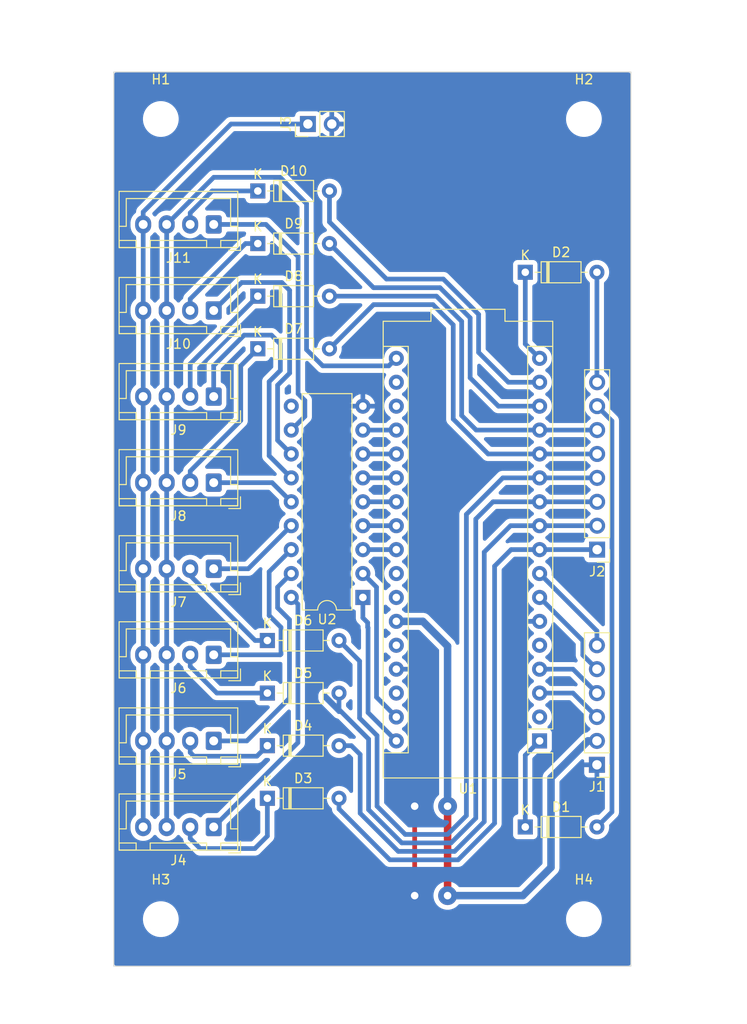
<source format=kicad_pcb>
(kicad_pcb (version 20240108) (generator "pcbnew") (generator_version "8.0")
  (layers (0 "F.Cu" signal) (31 "B.Cu" signal) (34 "B.Paste" user) (35 "F.Paste" user) (36 "B.SilkS" user "B.Silkscreen") (37 "F.SilkS" user "F.Silkscreen") (38 "B.Mask" user) (39 "F.Mask" user) (44 "Edge.Cuts" user))
  (net 0 "")
  (net 1 "/AxisOut")
  (net 2 "Net-(D1-A)")
  (net 3 "Net-(D2-A)")
  (net 4 "/StepOut")
  (net 5 "Net-(D3-K)")
  (net 6 "/In1")
  (net 7 "Net-(D4-K)")
  (net 8 "/In2")
  (net 9 "Net-(D5-K)")
  (net 10 "/In3")
  (net 11 "Net-(D6-K)")
  (net 12 "/In4")
  (net 13 "/In5")
  (net 14 "Net-(D7-K)")
  (net 15 "/In6")
  (net 16 "Net-(D8-K)")
  (net 17 "Net-(D9-K)")
  (net 18 "/In7")
  (net 19 "/In8")
  (net 20 "Net-(D10-K)")
  (net 21 "+24V")
  (net 22 "/BtnOut")
  (net 23 "+5V")
  (net 26 "/LED5")
  (net 27 "/EncB")
  (net 29 "/LED4")
  (net 31 "/EncAn")
  (net 32 "GND")
  (net 33 "/LED7")
  (net 35 "/LED3")
  (net 37 "/LED6")
  (net 38 "/EncA")
  (net 39 "/LED8")
  (net 40 "/LED1")
  (net 42 "/LED2")
  (net 43 "/EncBn")
  (net 46 "Net-(J4-Pin_1)")
  (net 47 "Net-(J5-Pin_1)")
  (net 48 "Net-(J6-Pin_1)")
  (net 49 "Net-(J7-Pin_1)")
  (net 50 "Net-(J8-Pin_1)")
  (net 51 "Net-(J9-Pin_1)")
  (net 52 "Net-(J10-Pin_1)")
  (net 53 "Net-(J11-Pin_1)")
  (footprint "Diode_THT:D_DO-35_SOD27_P7.62mm_Horizontal" (layer "F.Cu") (at 115.316 83.82)
    (property "Reference" "D8" (at 3.81 -2.12 0) (layer "F.SilkS"))
    (property "Value" "1N4148")
    (fp_text user "K" (at 0 -1.8 0) (layer "F.SilkS"))
    (pad "1" thru_hole rect (at 0 0) (size 1.6 1.6) (drill 0.8) (layers "*.Cu" "*.Mask") (net 16 "Net-(D8-K)"))
    (pad "2" thru_hole oval (at 7.62 0) (size 1.6 1.6) (drill 0.8) (layers "*.Cu" "*.Mask") (net 15 "/In6"))
  )
  (footprint "Connector_PinHeader_2.54mm:PinHeader_1x06_P2.54mm_Vertical" (layer "F.Cu") (at 151.384 133.604 180)
    (property "Reference" "J1" (at 0 -2.33 180) (layer "F.SilkS"))
    (property "Value" "RotaryEncoder")
    (pad "1" thru_hole rect (at 0 0 180) (size 1.7 1.7) (drill 1) (layers "*.Cu" "*.Mask") (net 32 "GND"))
    (pad "2" thru_hole oval (at 0 2.54 180) (size 1.7 1.7) (drill 1) (layers "*.Cu" "*.Mask") (net 23 "+5V"))
    (pad "3" thru_hole oval (at 0 5.08 180) (size 1.7 1.7) (drill 1) (layers "*.Cu" "*.Mask") (net 38 "/EncA"))
    (pad "4" thru_hole oval (at 0 7.62 180) (size 1.7 1.7) (drill 1) (layers "*.Cu" "*.Mask") (net 27 "/EncB"))
    (pad "5" thru_hole oval (at 0 10.16 180) (size 1.7 1.7) (drill 1) (layers "*.Cu" "*.Mask") (net 31 "/EncAn"))
    (pad "6" thru_hole oval (at 0 12.7 180) (size 1.7 1.7) (drill 1) (layers "*.Cu" "*.Mask") (net 43 "/EncBn"))
  )
  (footprint "Connector_JST:JST_XH_B4B-XH-A_1x04_P2.50mm_Vertical" (layer "F.Cu") (at 110.624 140.208 180)
    (property "Reference" "J4" (at 3.75 -3.55 180) (layer "F.SilkS"))
    (property "Value" "Btn1")
    (pad "1" thru_hole roundrect (at 0 0 180) (size 1.7 1.95) (drill 0.95) (layers "*.Cu" "*.Mask") (roundrect_rratio 0.147059) (net 46 "Net-(J4-Pin_1)"))
    (pad "2" thru_hole oval (at 2.5 0 180) (size 1.7 1.95) (drill 0.95) (layers "*.Cu" "*.Mask") (net 5 "Net-(D3-K)"))
    (pad "3" thru_hole oval (at 5 0 180) (size 1.7 1.95) (drill 0.95) (layers "*.Cu" "*.Mask") (net 22 "/BtnOut"))
    (pad "4" thru_hole oval (at 7.5 0 180) (size 1.7 1.95) (drill 0.95) (layers "*.Cu" "*.Mask") (net 21 "+24V"))
  )
  (footprint "Diode_THT:D_DO-35_SOD27_P7.62mm_Horizontal" (layer "F.Cu") (at 115.316 78.232)
    (property "Reference" "D9" (at 3.81 -2.12 0) (layer "F.SilkS"))
    (property "Value" "1N4148")
    (fp_text user "K" (at 0 -1.8 0) (layer "F.SilkS"))
    (pad "1" thru_hole rect (at 0 0) (size 1.6 1.6) (drill 0.8) (layers "*.Cu" "*.Mask") (net 17 "Net-(D9-K)"))
    (pad "2" thru_hole oval (at 7.62 0) (size 1.6 1.6) (drill 0.8) (layers "*.Cu" "*.Mask") (net 18 "/In7"))
  )
  (footprint "Arduino:Arduino_Micro" (layer "F.Cu") (at 145.288 131.064 180)
    (property "Reference" "U1" (at 7.62 -5.08 180) (layer "F.SilkS"))
    (property "Value" "Arduino_Micro")
    (pad "1" thru_hole rect (at 0 0 180) (size 1.6 1.6) (drill 0.8) (layers "*.Cu" "*.Mask") (net 1 "/AxisOut"))
    (pad "2" thru_hole oval (at 0 2.54 180) (size 1.6 1.6) (drill 0.8) (layers "*.Cu" "*.Mask"))
    (pad "3" thru_hole oval (at 0 5.08 180) (size 1.6 1.6) (drill 0.8) (layers "*.Cu" "*.Mask") (net 38 "/EncA"))
    (pad "4" thru_hole oval (at 0 7.62 180) (size 1.6 1.6) (drill 0.8) (layers "*.Cu" "*.Mask") (net 27 "/EncB"))
    (pad "5" thru_hole oval (at 0 10.16 180) (size 1.6 1.6) (drill 0.8) (layers "*.Cu" "*.Mask"))
    (pad "6" thru_hole oval (at 0 12.7 180) (size 1.6 1.6) (drill 0.8) (layers "*.Cu" "*.Mask") (net 32 "GND"))
    (pad "7" thru_hole oval (at 0 15.24 180) (size 1.6 1.6) (drill 0.8) (layers "*.Cu" "*.Mask") (net 31 "/EncAn"))
    (pad "8" thru_hole oval (at 0 17.78 180) (size 1.6 1.6) (drill 0.8) (layers "*.Cu" "*.Mask") (net 43 "/EncBn"))
    (pad "9" thru_hole oval (at 0 20.32 180) (size 1.6 1.6) (drill 0.8) (layers "*.Cu" "*.Mask") (net 6 "/In1"))
    (pad "10" thru_hole oval (at 0 22.86 180) (size 1.6 1.6) (drill 0.8) (layers "*.Cu" "*.Mask") (net 8 "/In2"))
    (pad "11" thru_hole oval (at 0 25.4 180) (size 1.6 1.6) (drill 0.8) (layers "*.Cu" "*.Mask") (net 10 "/In3"))
    (pad "12" thru_hole oval (at 0 27.94 180) (size 1.6 1.6) (drill 0.8) (layers "*.Cu" "*.Mask") (net 12 "/In4"))
    (pad "13" thru_hole oval (at 0 30.48 180) (size 1.6 1.6) (drill 0.8) (layers "*.Cu" "*.Mask") (net 13 "/In5"))
    (pad "14" thru_hole oval (at 0 33.02 180) (size 1.6 1.6) (drill 0.8) (layers "*.Cu" "*.Mask") (net 15 "/In6"))
    (pad "15" thru_hole oval (at 0 35.56 180) (size 1.6 1.6) (drill 0.8) (layers "*.Cu" "*.Mask") (net 18 "/In7"))
    (pad "16" thru_hole oval (at 0 38.1 180) (size 1.6 1.6) (drill 0.8) (layers "*.Cu" "*.Mask") (net 19 "/In8"))
    (pad "17" thru_hole oval (at 0 40.64 180) (size 1.6 1.6) (drill 0.8) (layers "*.Cu" "*.Mask") (net 4 "/StepOut"))
    (pad "18" thru_hole oval (at 15.24 40.64 180) (size 1.6 1.6) (drill 0.8) (layers "*.Cu" "*.Mask") (net 22 "/BtnOut"))
    (pad "19" thru_hole oval (at 15.24 38.1 180) (size 1.6 1.6) (drill 0.8) (layers "*.Cu" "*.Mask"))
    (pad "20" thru_hole oval (at 15.24 35.56 180) (size 1.6 1.6) (drill 0.8) (layers "*.Cu" "*.Mask"))
    (pad "21" thru_hole oval (at 15.24 33.02 180) (size 1.6 1.6) (drill 0.8) (layers "*.Cu" "*.Mask") (net 39 "/LED8"))
    (pad "22" thru_hole oval (at 15.24 30.48 180) (size 1.6 1.6) (drill 0.8) (layers "*.Cu" "*.Mask") (net 33 "/LED7"))
    (pad "23" thru_hole oval (at 15.24 27.94 180) (size 1.6 1.6) (drill 0.8) (layers "*.Cu" "*.Mask") (net 37 "/LED6"))
    (pad "24" thru_hole oval (at 15.24 25.4 180) (size 1.6 1.6) (drill 0.8) (layers "*.Cu" "*.Mask") (net 26 "/LED5"))
    (pad "25" thru_hole oval (at 15.24 22.86 180) (size 1.6 1.6) (drill 0.8) (layers "*.Cu" "*.Mask") (net 29 "/LED4"))
    (pad "26" thru_hole oval (at 15.24 20.32 180) (size 1.6 1.6) (drill 0.8) (layers "*.Cu" "*.Mask") (net 35 "/LED3"))
    (pad "27" thru_hole oval (at 15.24 17.78 180) (size 1.6 1.6) (drill 0.8) (layers "*.Cu" "*.Mask"))
    (pad "28" thru_hole oval (at 15.24 15.24 180) (size 1.6 1.6) (drill 0.8) (layers "*.Cu" "*.Mask"))
    (pad "29" thru_hole oval (at 15.24 12.7 180) (size 1.6 1.6) (drill 0.8) (layers "*.Cu" "*.Mask") (net 23 "+5V"))
    (pad "30" thru_hole oval (at 15.24 10.16 180) (size 1.6 1.6) (drill 0.8) (layers "*.Cu" "*.Mask"))
    (pad "31" thru_hole oval (at 15.24 7.62 180) (size 1.6 1.6) (drill 0.8) (layers "*.Cu" "*.Mask") (net 32 "GND"))
    (pad "32" thru_hole oval (at 15.24 5.08 180) (size 1.6 1.6) (drill 0.8) (layers "*.Cu" "*.Mask"))
    (pad "33" thru_hole oval (at 15.24 2.54 180) (size 1.6 1.6) (drill 0.8) (layers "*.Cu" "*.Mask") (net 42 "/LED2"))
    (pad "34" thru_hole oval (at 15.24 0 180) (size 1.6 1.6) (drill 0.8) (layers "*.Cu" "*.Mask") (net 40 "/LED1"))
  )
  (footprint "MountingHole:MountingHole_3.2mm_M3" (layer "F.Cu") (at 150 150)
    (property "Reference" "H4" (at 0 -4.2 0) (layer "F.SilkS"))
    (property "Value" "MountingHole")
    (pad "" np_thru_hole circle (at 0 0) (size 3.2 3.2) (drill 3.2) (layers "*.Cu" "*.Mask"))
  )
  (footprint "Connector_PinHeader_2.54mm:PinHeader_1x02_P2.54mm_Vertical" (layer "F.Cu") (at 120.645 65.532 90)
    (property "Reference" "J3" (at 0 -2.33 -90) (layer "F.SilkS"))
    (property "Value" "DC24V")
    (pad "1" thru_hole rect (at 0 0 90) (size 1.7 1.7) (drill 1) (layers "*.Cu" "*.Mask") (net 21 "+24V"))
    (pad "2" thru_hole oval (at 0 2.54 90) (size 1.7 1.7) (drill 1) (layers "*.Cu" "*.Mask") (net 32 "GND"))
  )
  (footprint "Connector_JST:JST_XH_B4B-XH-A_1x04_P2.50mm_Vertical" (layer "F.Cu") (at 110.624 121.92 180)
    (property "Reference" "J6" (at 3.75 -3.55 180) (layer "F.SilkS"))
    (property "Value" "Btn3")
    (pad "1" thru_hole roundrect (at 0 0 180) (size 1.7 1.95) (drill 0.95) (layers "*.Cu" "*.Mask") (roundrect_rratio 0.147059) (net 48 "Net-(J6-Pin_1)"))
    (pad "2" thru_hole oval (at 2.5 0 180) (size 1.7 1.95) (drill 0.95) (layers "*.Cu" "*.Mask") (net 9 "Net-(D5-K)"))
    (pad "3" thru_hole oval (at 5 0 180) (size 1.7 1.95) (drill 0.95) (layers "*.Cu" "*.Mask") (net 22 "/BtnOut"))
    (pad "4" thru_hole oval (at 7.5 0 180) (size 1.7 1.95) (drill 0.95) (layers "*.Cu" "*.Mask") (net 21 "+24V"))
  )
  (footprint "Connector_JST:JST_XH_B4B-XH-A_1x04_P2.50mm_Vertical" (layer "F.Cu") (at 110.624 85.344 180)
    (property "Reference" "J10" (at 3.75 -3.55 180) (layer "F.SilkS"))
    (property "Value" "Btn7")
    (pad "1" thru_hole roundrect (at 0 0 180) (size 1.7 1.95) (drill 0.95) (layers "*.Cu" "*.Mask") (roundrect_rratio 0.147059) (net 52 "Net-(J10-Pin_1)"))
    (pad "2" thru_hole oval (at 2.5 0 180) (size 1.7 1.95) (drill 0.95) (layers "*.Cu" "*.Mask") (net 17 "Net-(D9-K)"))
    (pad "3" thru_hole oval (at 5 0 180) (size 1.7 1.95) (drill 0.95) (layers "*.Cu" "*.Mask") (net 22 "/BtnOut"))
    (pad "4" thru_hole oval (at 7.5 0 180) (size 1.7 1.95) (drill 0.95) (layers "*.Cu" "*.Mask") (net 21 "+24V"))
  )
  (footprint "Diode_THT:D_DO-35_SOD27_P7.62mm_Horizontal" (layer "F.Cu") (at 116.332 131.572)
    (property "Reference" "D4" (at 3.81 -2.12 0) (layer "F.SilkS"))
    (property "Value" "1N4148")
    (fp_text user "K" (at 0 -1.8 0) (layer "F.SilkS"))
    (pad "1" thru_hole rect (at 0 0) (size 1.6 1.6) (drill 0.8) (layers "*.Cu" "*.Mask") (net 7 "Net-(D4-K)"))
    (pad "2" thru_hole oval (at 7.62 0) (size 1.6 1.6) (drill 0.8) (layers "*.Cu" "*.Mask") (net 8 "/In2"))
  )
  (footprint "Diode_THT:D_DO-35_SOD27_P7.62mm_Horizontal" (layer "F.Cu") (at 143.764 81.28)
    (property "Reference" "D2" (at 3.81 -2.12 0) (layer "F.SilkS"))
    (property "Value" "1N4148")
    (fp_text user "K" (at 0 -1.8 0) (layer "F.SilkS"))
    (pad "1" thru_hole rect (at 0 0) (size 1.6 1.6) (drill 0.8) (layers "*.Cu" "*.Mask") (net 4 "/StepOut"))
    (pad "2" thru_hole oval (at 7.62 0) (size 1.6 1.6) (drill 0.8) (layers "*.Cu" "*.Mask") (net 3 "Net-(D2-A)"))
  )
  (footprint "Diode_THT:D_DO-35_SOD27_P7.62mm_Horizontal" (layer "F.Cu") (at 116.332 125.984)
    (property "Reference" "D5" (at 3.81 -2.12 0) (layer "F.SilkS"))
    (property "Value" "1N4148")
    (fp_text user "K" (at 0 -1.8 0) (layer "F.SilkS"))
    (pad "1" thru_hole rect (at 0 0) (size 1.6 1.6) (drill 0.8) (layers "*.Cu" "*.Mask") (net 9 "Net-(D5-K)"))
    (pad "2" thru_hole oval (at 7.62 0) (size 1.6 1.6) (drill 0.8) (layers "*.Cu" "*.Mask") (net 10 "/In3"))
  )
  (footprint "MountingHole:MountingHole_3.2mm_M3" (layer "F.Cu") (at 105 150)
    (property "Reference" "H3" (at 0 -4.2 0) (layer "F.SilkS"))
    (property "Value" "MountingHole")
    (pad "" np_thru_hole circle (at 0 0) (size 3.2 3.2) (drill 3.2) (layers "*.Cu" "*.Mask"))
  )
  (footprint "Connector_JST:JST_XH_B4B-XH-A_1x04_P2.50mm_Vertical" (layer "F.Cu") (at 110.624 103.632 180)
    (property "Reference" "J8" (at 3.75 -3.55 180) (layer "F.SilkS"))
    (property "Value" "Btn5")
    (pad "1" thru_hole roundrect (at 0 0 180) (size 1.7 1.95) (drill 0.95) (layers "*.Cu" "*.Mask") (roundrect_rratio 0.147059) (net 50 "Net-(J8-Pin_1)"))
    (pad "2" thru_hole oval (at 2.5 0 180) (size 1.7 1.95) (drill 0.95) (layers "*.Cu" "*.Mask") (net 14 "Net-(D7-K)"))
    (pad "3" thru_hole oval (at 5 0 180) (size 1.7 1.95) (drill 0.95) (layers "*.Cu" "*.Mask") (net 22 "/BtnOut"))
    (pad "4" thru_hole oval (at 7.5 0 180) (size 1.7 1.95) (drill 0.95) (layers "*.Cu" "*.Mask") (net 21 "+24V"))
  )
  (footprint "Diode_THT:D_DO-35_SOD27_P7.62mm_Horizontal" (layer "F.Cu") (at 115.316 89.408)
    (property "Reference" "D7" (at 3.81 -2.12 0) (layer "F.SilkS"))
    (property "Value" "1N4148")
    (fp_text user "K" (at 0 -1.8 0) (layer "F.SilkS"))
    (pad "1" thru_hole rect (at 0 0) (size 1.6 1.6) (drill 0.8) (layers "*.Cu" "*.Mask") (net 14 "Net-(D7-K)"))
    (pad "2" thru_hole oval (at 7.62 0) (size 1.6 1.6) (drill 0.8) (layers "*.Cu" "*.Mask") (net 13 "/In5"))
  )
  (footprint "Diode_THT:D_DO-35_SOD27_P7.62mm_Horizontal" (layer "F.Cu") (at 115.316 72.644)
    (property "Reference" "D10" (at 3.81 -2.12 0) (layer "F.SilkS"))
    (property "Value" "1N4148")
    (fp_text user "K" (at 0 -1.8 0) (layer "F.SilkS"))
    (pad "1" thru_hole rect (at 0 0) (size 1.6 1.6) (drill 0.8) (layers "*.Cu" "*.Mask") (net 20 "Net-(D10-K)"))
    (pad "2" thru_hole oval (at 7.62 0) (size 1.6 1.6) (drill 0.8) (layers "*.Cu" "*.Mask") (net 19 "/In8"))
  )
  (footprint "MountingHole:MountingHole_3.2mm_M3" (layer "F.Cu") (at 105 65)
    (property "Reference" "H1" (at 0 -4.2 0) (layer "F.SilkS"))
    (property "Value" "MountingHole")
    (pad "" np_thru_hole circle (at 0 0) (size 3.2 3.2) (drill 3.2) (layers "*.Cu" "*.Mask"))
  )
  (footprint "Connector_JST:JST_XH_B4B-XH-A_1x04_P2.50mm_Vertical" (layer "F.Cu") (at 110.624 131.064 180)
    (property "Reference" "J5" (at 3.75 -3.55 180) (layer "F.SilkS"))
    (property "Value" "Btn2")
    (pad "1" thru_hole roundrect (at 0 0 180) (size 1.7 1.95) (drill 0.95) (layers "*.Cu" "*.Mask") (roundrect_rratio 0.147059) (net 47 "Net-(J5-Pin_1)"))
    (pad "2" thru_hole oval (at 2.5 0 180) (size 1.7 1.95) (drill 0.95) (layers "*.Cu" "*.Mask") (net 7 "Net-(D4-K)"))
    (pad "3" thru_hole oval (at 5 0 180) (size 1.7 1.95) (drill 0.95) (layers "*.Cu" "*.Mask") (net 22 "/BtnOut"))
    (pad "4" thru_hole oval (at 7.5 0 180) (size 1.7 1.95) (drill 0.95) (layers "*.Cu" "*.Mask") (net 21 "+24V"))
  )
  (footprint "Diode_THT:D_DO-35_SOD27_P7.62mm_Horizontal" (layer "F.Cu") (at 143.764 140.208)
    (property "Reference" "D1" (at 3.81 -2.12 0) (layer "F.SilkS"))
    (property "Value" "1N4148")
    (fp_text user "K" (at 0 -1.8 0) (layer "F.SilkS"))
    (pad "1" thru_hole rect (at 0 0) (size 1.6 1.6) (drill 0.8) (layers "*.Cu" "*.Mask") (net 1 "/AxisOut"))
    (pad "2" thru_hole oval (at 7.62 0) (size 1.6 1.6) (drill 0.8) (layers "*.Cu" "*.Mask") (net 2 "Net-(D1-A)"))
  )
  (footprint "Connector_JST:JST_XH_B4B-XH-A_1x04_P2.50mm_Vertical" (layer "F.Cu") (at 110.624 94.488 180)
    (property "Reference" "J9" (at 3.75 -3.55 180) (layer "F.SilkS"))
    (property "Value" "Btn6")
    (pad "1" thru_hole roundrect (at 0 0 180) (size 1.7 1.95) (drill 0.95) (layers "*.Cu" "*.Mask") (roundrect_rratio 0.147059) (net 51 "Net-(J9-Pin_1)"))
    (pad "2" thru_hole oval (at 2.5 0 180) (size 1.7 1.95) (drill 0.95) (layers "*.Cu" "*.Mask") (net 16 "Net-(D8-K)"))
    (pad "3" thru_hole oval (at 5 0 180) (size 1.7 1.95) (drill 0.95) (layers "*.Cu" "*.Mask") (net 22 "/BtnOut"))
    (pad "4" thru_hole oval (at 7.5 0 180) (size 1.7 1.95) (drill 0.95) (layers "*.Cu" "*.Mask") (net 21 "+24V"))
  )
  (footprint "Diode_THT:D_DO-35_SOD27_P7.62mm_Horizontal" (layer "F.Cu") (at 116.332 120.396)
    (property "Reference" "D6" (at 3.81 -2.12 0) (layer "F.SilkS"))
    (property "Value" "1N4148")
    (fp_text user "K" (at 0 -1.8 0) (layer "F.SilkS"))
    (pad "1" thru_hole rect (at 0 0) (size 1.6 1.6) (drill 0.8) (layers "*.Cu" "*.Mask") (net 11 "Net-(D6-K)"))
    (pad "2" thru_hole oval (at 7.62 0) (size 1.6 1.6) (drill 0.8) (layers "*.Cu" "*.Mask") (net 12 "/In4"))
  )
  (footprint "MountingHole:MountingHole_3.2mm_M3" (layer "F.Cu") (at 150 65)
    (property "Reference" "H2" (at 0 -4.2 0) (layer "F.SilkS"))
    (property "Value" "MountingHole")
    (pad "" np_thru_hole circle (at 0 0) (size 3.2 3.2) (drill 3.2) (layers "*.Cu" "*.Mask"))
  )
  (footprint "Package_DIP:DIP-18_W7.62mm" (layer "F.Cu") (at 126.492 115.824 180)
    (property "Reference" "U2" (at 3.81 -2.33 180) (layer "F.SilkS"))
    (property "Value" "ULN2803A")
    (pad "1" thru_hole rect (at 0 0 180) (size 1.6 1.6) (drill 0.8) (layers "*.Cu" "*.Mask") (net 40 "/LED1"))
    (pad "2" thru_hole oval (at 0 2.54 180) (size 1.6 1.6) (drill 0.8) (layers "*.Cu" "*.Mask") (net 42 "/LED2"))
    (pad "3" thru_hole oval (at 0 5.08 180) (size 1.6 1.6) (drill 0.8) (layers "*.Cu" "*.Mask") (net 35 "/LED3"))
    (pad "4" thru_hole oval (at 0 7.62 180) (size 1.6 1.6) (drill 0.8) (layers "*.Cu" "*.Mask") (net 29 "/LED4"))
    (pad "5" thru_hole oval (at 0 10.16 180) (size 1.6 1.6) (drill 0.8) (layers "*.Cu" "*.Mask") (net 26 "/LED5"))
    (pad "6" thru_hole oval (at 0 12.7 180) (size 1.6 1.6) (drill 0.8) (layers "*.Cu" "*.Mask") (net 37 "/LED6"))
    (pad "7" thru_hole oval (at 0 15.24 180) (size 1.6 1.6) (drill 0.8) (layers "*.Cu" "*.Mask") (net 33 "/LED7"))
    (pad "8" thru_hole oval (at 0 17.78 180) (size 1.6 1.6) (drill 0.8) (layers "*.Cu" "*.Mask") (net 39 "/LED8"))
    (pad "9" thru_hole oval (at 0 20.32 180) (size 1.6 1.6) (drill 0.8) (layers "*.Cu" "*.Mask") (net 32 "GND"))
    (pad "10" thru_hole oval (at 7.62 20.32 180) (size 1.6 1.6) (drill 0.8) (layers "*.Cu" "*.Mask"))
    (pad "11" thru_hole oval (at 7.62 17.78 180) (size 1.6 1.6) (drill 0.8) (layers "*.Cu" "*.Mask") (net 53 "Net-(J11-Pin_1)"))
    (pad "12" thru_hole oval (at 7.62 15.24 180) (size 1.6 1.6) (drill 0.8) (layers "*.Cu" "*.Mask") (net 52 "Net-(J10-Pin_1)"))
    (pad "13" thru_hole oval (at 7.62 12.7 180) (size 1.6 1.6) (drill 0.8) (layers "*.Cu" "*.Mask") (net 51 "Net-(J9-Pin_1)"))
    (pad "14" thru_hole oval (at 7.62 10.16 180) (size 1.6 1.6) (drill 0.8) (layers "*.Cu" "*.Mask") (net 50 "Net-(J8-Pin_1)"))
    (pad "15" thru_hole oval (at 7.62 7.62 180) (size 1.6 1.6) (drill 0.8) (layers "*.Cu" "*.Mask") (net 49 "Net-(J7-Pin_1)"))
    (pad "16" thru_hole oval (at 7.62 5.08 180) (size 1.6 1.6) (drill 0.8) (layers "*.Cu" "*.Mask") (net 48 "Net-(J6-Pin_1)"))
    (pad "17" thru_hole oval (at 7.62 2.54 180) (size 1.6 1.6) (drill 0.8) (layers "*.Cu" "*.Mask") (net 47 "Net-(J5-Pin_1)"))
    (pad "18" thru_hole oval (at 7.62 0 180) (size 1.6 1.6) (drill 0.8) (layers "*.Cu" "*.Mask") (net 46 "Net-(J4-Pin_1)"))
  )
  (footprint "Connector_JST:JST_XH_B4B-XH-A_1x04_P2.50mm_Vertical" (layer "F.Cu") (at 110.624 112.776 180)
    (property "Reference" "J7" (at 3.75 -3.55 180) (layer "F.SilkS"))
    (property "Value" "Btn4")
    (pad "1" thru_hole roundrect (at 0 0 180) (size 1.7 1.95) (drill 0.95) (layers "*.Cu" "*.Mask") (roundrect_rratio 0.147059) (net 49 "Net-(J7-Pin_1)"))
    (pad "2" thru_hole oval (at 2.5 0 180) (size 1.7 1.95) (drill 0.95) (layers "*.Cu" "*.Mask") (net 11 "Net-(D6-K)"))
    (pad "3" thru_hole oval (at 5 0 180) (size 1.7 1.95) (drill 0.95) (layers "*.Cu" "*.Mask") (net 22 "/BtnOut"))
    (pad "4" thru_hole oval (at 7.5 0 180) (size 1.7 1.95) (drill 0.95) (layers "*.Cu" "*.Mask") (net 21 "+24V"))
  )
  (footprint "Connector_JST:JST_XH_B4B-XH-A_1x04_P2.50mm_Vertical" (layer "F.Cu") (at 110.624 76.2 180)
    (property "Reference" "J11" (at 3.75 -3.55 180) (layer "F.SilkS"))
    (property "Value" "Btn8")
    (pad "1" thru_hole roundrect (at 0 0 180) (size 1.7 1.95) (drill 0.95) (layers "*.Cu" "*.Mask") (roundrect_rratio 0.147059) (net 53 "Net-(J11-Pin_1)"))
    (pad "2" thru_hole oval (at 2.5 0 180) (size 1.7 1.95) (drill 0.95) (layers "*.Cu" "*.Mask") (net 20 "Net-(D10-K)"))
    (pad "3" thru_hole oval (at 5 0 180) (size 1.7 1.95) (drill 0.95) (layers "*.Cu" "*.Mask") (net 22 "/BtnOut"))
    (pad "4" thru_hole oval (at 7.5 0 180) (size 1.7 1.95) (drill 0.95) (layers "*.Cu" "*.Mask") (net 21 "+24V"))
  )
  (footprint "Connector_PinHeader_2.54mm:PinHeader_1x08_P2.54mm_Vertical" (layer "F.Cu") (at 151.406742 110.744 180)
    (property "Reference" "J2" (at 0 -2.33 180) (layer "F.SilkS"))
    (property "Value" "Switches")
    (pad "1" thru_hole rect (at 0 0 180) (size 1.7 1.7) (drill 1) (layers "*.Cu" "*.Mask") (net 6 "/In1"))
    (pad "2" thru_hole oval (at 0 2.54 180) (size 1.7 1.7) (drill 1) (layers "*.Cu" "*.Mask") (net 8 "/In2"))
    (pad "3" thru_hole oval (at 0 5.08 180) (size 1.7 1.7) (drill 1) (layers "*.Cu" "*.Mask") (net 10 "/In3"))
    (pad "4" thru_hole oval (at 0 7.62 180) (size 1.7 1.7) (drill 1) (layers "*.Cu" "*.Mask") (net 12 "/In4"))
    (pad "5" thru_hole oval (at 0 10.16 180) (size 1.7 1.7) (drill 1) (layers "*.Cu" "*.Mask") (net 13 "/In5"))
    (pad "6" thru_hole oval (at 0 12.7 180) (size 1.7 1.7) (drill 1) (layers "*.Cu" "*.Mask") (net 15 "/In6"))
    (pad "7" thru_hole oval (at 0 15.24 180) (size 1.7 1.7) (drill 1) (layers "*.Cu" "*.Mask") (net 2 "Net-(D1-A)"))
    (pad "8" thru_hole oval (at 0 17.78 180) (size 1.7 1.7) (drill 1) (layers "*.Cu" "*.Mask") (net 3 "Net-(D2-A)"))
  )
  (footprint "Diode_THT:D_DO-35_SOD27_P7.62mm_Horizontal" (layer "F.Cu") (at 116.332 137.16)
    (property "Reference" "D3" (at 3.81 -2.12 0) (layer "F.SilkS"))
    (property "Value" "1N4148")
    (fp_text user "K" (at 0 -1.8 0) (layer "F.SilkS"))
    (pad "1" thru_hole rect (at 0 0) (size 1.6 1.6) (drill 0.8) (layers "*.Cu" "*.Mask") (net 5 "Net-(D3-K)"))
    (pad "2" thru_hole oval (at 7.62 0) (size 1.6 1.6) (drill 0.8) (layers "*.Cu" "*.Mask") (net 6 "/In1"))
  )
  (gr_rect (start 100 60) (end 155 155) (stroke (width 0.1)) (fill none) (layer "Edge.Cuts"))
  (segment (start 143.764 140.208) (end 143.764 132.588) (width 0.5) (layer "B.Cu") (net 1))
  (segment (start 143.764 132.588) (end 145.288 131.064) (width 0.5) (layer "B.Cu") (net 1))
  (segment (start 151.384 140.208) (end 152.984 138.608) (width 0.5) (layer "B.Cu") (net 2))
  (segment (start 152.984 97.081258) (end 151.406742 95.504) (width 0.5) (layer "B.Cu") (net 2))
  (segment (start 152.984 138.608) (end 152.984 97.081258) (width 0.5) (layer "B.Cu") (net 2))
  (segment (start 151.384 81.28) (end 151.384 92.941258) (width 0.5) (layer "B.Cu") (net 3))
  (segment (start 151.384 92.941258) (end 151.406742 92.964) (width 0.5) (layer "B.Cu") (net 3))
  (segment (start 143.764 88.9) (end 145.288 90.424) (width 0.5) (layer "B.Cu") (net 4))
  (segment (start 143.764 81.28) (end 143.764 88.9) (width 0.5) (layer "B.Cu") (net 4))
  (segment (start 116.332 137.16) (end 116.332 141.168) (width 0.5) (layer "B.Cu") (net 5))
  (segment (start 115 142.5) (end 109.191 142.5) (width 0.5) (layer "B.Cu") (net 5))
  (segment (start 108.124 141.433) (end 108.124 140.208) (width 0.5) (layer "B.Cu") (net 5))
  (segment (start 116.332 141.168) (end 115 142.5) (width 0.5) (layer "B.Cu") (net 5))
  (segment (start 109.191 142.5) (end 108.124 141.433) (width 0.5) (layer "B.Cu") (net 5))
  (segment (start 136.618376 143.7) (end 140.5 139.818376) (width 0.5) (layer "B.Cu") (net 6))
  (segment (start 142.256 110.744) (end 145.288 110.744) (width 0.5) (layer "B.Cu") (net 6))
  (segment (start 140.5 112.5) (end 142.256 110.744) (width 0.5) (layer "B.Cu") (net 6))
  (segment (start 123.952 138.29137) (end 129.36063 143.7) (width 0.5) (layer "B.Cu") (net 6))
  (segment (start 129.36063 143.7) (end 136.618376 143.7) (width 0.5) (layer "B.Cu") (net 6))
  (segment (start 151.406742 110.744) (end 145.288 110.744) (width 0.5) (layer "B.Cu") (net 6))
  (segment (start 123.952 137.16) (end 123.952 138.29137) (width 0.5) (layer "B.Cu") (net 6))
  (segment (start 140.5 139.818376) (end 140.5 112.5) (width 0.5) (layer "B.Cu") (net 6))
  (segment (start 108.524 132.689) (end 108.124 132.289) (width 0.5) (layer "B.Cu") (net 7))
  (segment (start 115.215 132.689) (end 108.524 132.689) (width 0.5) (layer "B.Cu") (net 7))
  (segment (start 116.332 131.572) (end 115.215 132.689) (width 0.5) (layer "B.Cu") (net 7))
  (segment (start 108.124 132.289) (end 108.124 131.064) (width 0.5) (layer "B.Cu") (net 7))
  (segment (start 139.4 139.645584) (end 139.4 111) (width 0.5) (layer "B.Cu") (net 8))
  (segment (start 130.254416 142.8) (end 136.245584 142.8) (width 0.5) (layer "B.Cu") (net 8))
  (segment (start 125.272 131.572) (end 126.2 132.5) (width 0.5) (layer "B.Cu") (net 8))
  (segment (start 142.196 108.204) (end 145.288 108.204) (width 0.5) (layer "B.Cu") (net 8))
  (segment (start 139.4 111) (end 142.196 108.204) (width 0.5) (layer "B.Cu") (net 8))
  (segment (start 145.288 108.204) (end 151.406742 108.204) (width 0.5) (layer "B.Cu") (net 8))
  (segment (start 126.2 138.745584) (end 130.254416 142.8) (width 0.5) (layer "B.Cu") (net 8))
  (segment (start 123.952 131.572) (end 125.272 131.572) (width 0.5) (layer "B.Cu") (net 8))
  (segment (start 126.2 132.5) (end 126.2 138.745584) (width 0.5) (layer "B.Cu") (net 8))
  (segment (start 136.245584 142.8) (end 139.4 139.645584) (width 0.5) (layer "B.Cu") (net 8))
  (segment (start 108.124 123.145) (end 108.124 121.92) (width 0.5) (layer "B.Cu") (net 9))
  (segment (start 110.963 125.984) (end 108.124 123.145) (width 0.5) (layer "B.Cu") (net 9))
  (segment (start 116.332 125.984) (end 110.963 125.984) (width 0.5) (layer "B.Cu") (net 9))
  (segment (start 127.1 138.372792) (end 127.1 130.872792) (width 0.5) (layer "B.Cu") (net 10))
  (segment (start 145.288 105.664) (end 140.336 105.664) (width 0.5) (layer "B.Cu") (net 10))
  (segment (start 138.5 139.272792) (end 135.872792 141.9) (width 0.5) (layer "B.Cu") (net 10))
  (segment (start 138.5 107.5) (end 138.5 139.272792) (width 0.5) (layer "B.Cu") (net 10))
  (segment (start 151.406742 105.664) (end 145.288 105.664) (width 0.5) (layer "B.Cu") (net 10))
  (segment (start 123.952 127.952) (end 123.952 125.984) (width 0.5) (layer "B.Cu") (net 10))
  (segment (start 130.627208 141.9) (end 127.1 138.372792) (width 0.5) (layer "B.Cu") (net 10))
  (segment (start 135.872792 141.9) (end 130.627208 141.9) (width 0.5) (layer "B.Cu") (net 10))
  (segment (start 122.502 126.502) (end 123.952 127.952) (width 0.5) (layer "B.Cu") (net 10))
  (segment (start 127.1 130.872792) (end 122.502 126.274792) (width 0.5) (layer "B.Cu") (net 10))
  (segment (start 140.336 105.664) (end 138.5 107.5) (width 0.5) (layer "B.Cu") (net 10))
  (segment (start 122.502 126.274792) (end 122.502 126.502) (width 0.5) (layer "B.Cu") (net 10))
  (segment (start 115.032 120.396) (end 108.124 113.488) (width 0.5) (layer "B.Cu") (net 11))
  (segment (start 116.332 120.396) (end 115.032 120.396) (width 0.5) (layer "B.Cu") (net 11))
  (segment (start 108.124 113.488) (end 108.124 112.776) (width 0.5) (layer "B.Cu") (net 11))
  (segment (start 141.376 103.124) (end 145.288 103.124) (width 0.5) (layer "B.Cu") (net 12))
  (segment (start 145.288 103.124) (end 151.406742 103.124) (width 0.5) (layer "B.Cu") (net 12))
  (segment (start 137.5 107) (end 141.376 103.124) (width 0.5) (layer "B.Cu") (net 12))
  (segment (start 123.952 120.396) (end 126.142 122.586) (width 0.5) (layer "B.Cu") (net 12))
  (segment (start 131 141) (end 135.5 141) (width 0.5) (layer "B.Cu") (net 12))
  (segment (start 128 130.5) (end 128 138) (width 0.5) (layer "B.Cu") (net 12))
  (segment (start 137.5 139) (end 137.5 107) (width 0.5) (layer "B.Cu") (net 12))
  (segment (start 126.142 122.586) (end 126.142 128.642) (width 0.5) (layer "B.Cu") (net 12))
  (segment (start 128 138) (end 131 141) (width 0.5) (layer "B.Cu") (net 12))
  (segment (start 126.142 128.642) (end 128 130.5) (width 0.5) (layer "B.Cu") (net 12))
  (segment (start 135.5 141) (end 137.5 139) (width 0.5) (layer "B.Cu") (net 12))
  (segment (start 136.1 96.872792) (end 139.811208 100.584) (width 0.5) (layer "B.Cu") (net 13))
  (segment (start 127.624 84.72) (end 133.947208 84.72) (width 0.5) (layer "B.Cu") (net 13))
  (segment (start 122.936 89.408) (end 127.624 84.72) (width 0.5) (layer "B.Cu") (net 13))
  (segment (start 136.1 86.872792) (end 136.1 96.872792) (width 0.5) (layer "B.Cu") (net 13))
  (segment (start 133.947208 84.72) (end 136.1 86.872792) (width 0.5) (layer "B.Cu") (net 13))
  (segment (start 139.811208 100.584) (end 145.288 100.584) (width 0.5) (layer "B.Cu") (net 13))
  (segment (start 151.406742 100.584) (end 145.288 100.584) (width 0.5) (layer "B.Cu") (net 13))
  (segment (start 108.124 102.407) (end 113.5 97.031) (width 0.5) (layer "B.Cu") (net 14))
  (segment (start 108.124 103.632) (end 108.124 102.407) (width 0.5) (layer "B.Cu") (net 14))
  (segment (start 113.5 97.031) (end 113.5 91.224) (width 0.5) (layer "B.Cu") (net 14))
  (segment (start 113.5 91.224) (end 115.316 89.408) (width 0.5) (layer "B.Cu") (net 14))
  (segment (start 137 86.5) (end 137 96.5) (width 0.5) (layer "B.Cu") (net 15))
  (segment (start 138.544 98.044) (end 145.288 98.044) (width 0.5) (layer "B.Cu") (net 15))
  (segment (start 145.288 98.044) (end 151.406742 98.044) (width 0.5) (layer "B.Cu") (net 15))
  (segment (start 134.32 83.82) (end 137 86.5) (width 0.5) (layer "B.Cu") (net 15))
  (segment (start 137 96.5) (end 138.544 98.044) (width 0.5) (layer "B.Cu") (net 15))
  (segment (start 122.936 83.82) (end 134.32 83.82) (width 0.5) (layer "B.Cu") (net 15))
  (segment (start 108.124 91.012) (end 115.316 83.82) (width 0.5) (layer "B.Cu") (net 16))
  (segment (start 108.124 94.488) (end 108.124 91.012) (width 0.5) (layer "B.Cu") (net 16))
  (segment (start 114.011 78.232) (end 115.316 78.232) (width 0.5) (layer "B.Cu") (net 17))
  (segment (start 108.124 85.344) (end 108.124 84.119) (width 0.5) (layer "B.Cu") (net 17))
  (segment (start 108.124 84.119) (end 114.011 78.232) (width 0.5) (layer "B.Cu") (net 17))
  (segment (start 122.936 78.232) (end 127.624 82.92) (width 0.5) (layer "B.Cu") (net 18))
  (segment (start 137.9 86.127208) (end 137.9 92.5) (width 0.5) (layer "B.Cu") (net 18))
  (segment (start 127.624 82.92) (end 134.692792 82.92) (width 0.5) (layer "B.Cu") (net 18))
  (segment (start 140.904 95.504) (end 145.288 95.504) (width 0.5) (layer "B.Cu") (net 18))
  (segment (start 134.692792 82.92) (end 137.9 86.127208) (width 0.5) (layer "B.Cu") (net 18))
  (segment (start 137.9 92.5) (end 140.904 95.504) (width 0.5) (layer "B.Cu") (net 18))
  (segment (start 122.936 75.936) (end 129 82) (width 0.5) (layer "B.Cu") (net 19))
  (segment (start 135.045584 82) (end 138.8 85.754416) (width 0.5) (layer "B.Cu") (net 19))
  (segment (start 129 82) (end 135.045584 82) (width 0.5) (layer "B.Cu") (net 19))
  (segment (start 138.8 85.754416) (end 138.8 89.8) (width 0.5) (layer "B.Cu") (net 19))
  (segment (start 122.936 72.644) (end 122.936 75.936) (width 0.5) (layer "B.Cu") (net 19))
  (segment (start 141.964 92.964) (end 145.288 92.964) (width 0.5) (layer "B.Cu") (net 19))
  (segment (start 138.8 89.8) (end 141.964 92.964) (width 0.5) (layer "B.Cu") (net 19))
  (segment (start 110.455 72.644) (end 115.316 72.644) (width 0.5) (layer "B.Cu") (net 20))
  (segment (start 108.124 76.2) (end 108.124 74.975) (width 0.5) (layer "B.Cu") (net 20))
  (segment (start 108.124 74.975) (end 110.455 72.644) (width 0.5) (layer "B.Cu") (net 20))
  (segment (start 103.124 112.776) (end 103.124 103.632) (width 0.5) (layer "B.Cu") (net 21))
  (segment (start 103.124 140.208) (end 103.124 131.064) (width 0.5) (layer "B.Cu") (net 21))
  (segment (start 103.124 131.184) (end 103.244 131.064) (width 0.4) (layer "B.Cu") (net 21))
  (segment (start 103.124 131.064) (end 103.124 121.92) (width 0.5) (layer "B.Cu") (net 21))
  (segment (start 112.468 65.532) (end 120.645 65.532) (width 0.5) (layer "B.Cu") (net 21))
  (segment (start 103.124 121.92) (end 103.124 112.776) (width 0.5) (layer "B.Cu") (net 21))
  (segment (start 103.124 94.488) (end 103.124 85.344) (width 0.5) (layer "B.Cu") (net 21))
  (segment (start 103.124 103.632) (end 103.124 94.488) (width 0.5) (layer "B.Cu") (net 21))
  (segment (start 103.124 76.2) (end 103.124 74.876) (width 0.5) (layer "B.Cu") (net 21))
  (segment (start 103.124 76.2) (end 103.124 85.344) (width 0.5) (layer "B.Cu") (net 21))
  (segment (start 103.124 74.876) (end 112.468 65.532) (width 0.5) (layer "B.Cu") (net 21))
  (segment (start 105.624 131.184) (end 105.744 131.064) (width 0.4) (layer "B.Cu") (net 22))
  (segment (start 110.63 71.194) (end 117.694 71.194) (width 0.5) (layer "B.Cu") (net 22))
  (segment (start 105.624 103.632) (end 105.624 94.488) (width 0.5) (layer "B.Cu") (net 22))
  (segment (start 105.624 112.776) (end 105.624 103.632) (width 0.5) (layer "B.Cu") (net 22))
  (segment (start 122.223999 91.223999) (end 129.248001 91.223999) (width 0.5) (layer "B.Cu") (net 22))
  (segment (start 105.624 85.344) (end 105.624 76.2) (width 0.5) (layer "B.Cu") (net 22))
  (segment (start 105.624 76.2) (end 110.63 71.194) (width 0.5) (layer "B.Cu") (net 22))
  (segment (start 120.5 89.5) (end 122.223999 91.223999) (width 0.5) (layer "B.Cu") (net 22))
  (segment (start 117.694 71.194) (end 120.5 74) (width 0.5) (layer "B.Cu") (net 22))
  (segment (start 120.5 74) (end 120.5 89.5) (width 0.5) (layer "B.Cu") (net 22))
  (segment (start 105.624 94.488) (end 105.624 85.344) (width 0.5) (layer "B.Cu") (net 22))
  (segment (start 105.624 121.92) (end 105.624 112.776) (width 0.5) (layer "B.Cu") (net 22))
  (segment (start 129.248001 91.223999) (end 130.048 90.424) (width 0.5) (layer "B.Cu") (net 22))
  (segment (start 105.624 131.064) (end 105.624 121.92) (width 0.5) (layer "B.Cu") (net 22))
  (segment (start 105.624 140.208) (end 105.624 131.064) (width 0.5) (layer "B.Cu") (net 22))
  (segment (start 135.5 147.5) (end 135.5 138) (width 0.8) (layer "F.Cu") (net 23))
  (via (at 135.5 138) (size 2) (drill 0.8) (layers "F.Cu" "B.Cu") (net 23))
  (via (at 135.5 147.5) (size 2) (drill 0.8) (layers "F.Cu" "B.Cu") (net 23))
  (segment (start 150.424 131.064) (end 146.5 134.988) (width 0.8) (layer "B.Cu") (net 23))
  (segment (start 135.5 121) (end 135.5 138) (width 0.8) (layer "B.Cu") (net 23))
  (segment (start 130.048 118.364) (end 132.864 118.364) (width 0.8) (layer "B.Cu") (net 23))
  (segment (start 146.5 144.5) (end 143.5 147.5) (width 0.8) (layer "B.Cu") (net 23))
  (segment (start 146.5 134.988) (end 146.5 144.5) (width 0.8) (layer "B.Cu") (net 23))
  (segment (start 143.5 147.5) (end 135.5 147.5) (width 0.8) (layer "B.Cu") (net 23))
  (segment (start 132.864 118.364) (end 135.5 121) (width 0.8) (layer "B.Cu") (net 23))
  (segment (start 151.384 131.064) (end 150.424 131.064) (width 0.8) (layer "B.Cu") (net 23))
  (segment (start 126.492 105.664) (end 130.048 105.664) (width 0.5) (layer "B.Cu") (net 26))
  (segment (start 148.844 123.444) (end 145.288 123.444) (width 0.5) (layer "B.Cu") (net 27))
  (segment (start 151.384 125.984) (end 148.844 123.444) (width 0.5) (layer "B.Cu") (net 27))
  (segment (start 130.048 108.204) (end 126.492 108.204) (width 0.5) (layer "B.Cu") (net 29))
  (segment (start 149.884 120.42) (end 149.884 121.944) (width 0.5) (layer "B.Cu") (net 31))
  (segment (start 145.288 115.824) (end 149.884 120.42) (width 0.5) (layer "B.Cu") (net 31))
  (segment (start 149.884 121.944) (end 151.384 123.444) (width 0.5) (layer "B.Cu") (net 31))
  (segment (start 132 147.5) (end 132 138) (width 0.5) (layer "F.Cu") (net 32))
  (via (at 132 147.5) (size 2) (drill 0.8) (layers "F.Cu" "B.Cu") (net 32))
  (via (at 132 138) (size 2) (drill 0.8) (layers "F.Cu" "B.Cu") (net 32))
  (segment (start 126.492 100.584) (end 130.048 100.584) (width 0.5) (layer "B.Cu") (net 33))
  (segment (start 126.492 110.744) (end 130.048 110.744) (width 0.5) (layer "B.Cu") (net 35))
  (segment (start 126.492 103.124) (end 130.048 103.124) (width 0.5) (layer "B.Cu") (net 37))
  (segment (start 148.844 125.984) (end 145.288 125.984) (width 0.5) (layer "B.Cu") (net 38))
  (segment (start 151.384 128.524) (end 148.844 125.984) (width 0.5) (layer "B.Cu") (net 38))
  (segment (start 126.492 98.044) (end 130.048 98.044) (width 0.5) (layer "B.Cu") (net 39))
  (segment (start 127.042 128.058) (end 130.048 131.064) (width 0.5) (layer "B.Cu") (net 40))
  (segment (start 127 119) (end 127 118.5) (width 0.5) (layer "B.Cu") (net 40))
  (segment (start 127 118.5) (end 126.492 117.992) (width 0.5) (layer "B.Cu") (net 40))
  (segment (start 127.042 119.042) (end 127 119) (width 0.5) (layer "B.Cu") (net 40))
  (segment (start 126.492 115.824) (end 127.042 116.374) (width 0.5) (layer "B.Cu") (net 40))
  (segment (start 126.492 117.992) (end 126.492 115.824) (width 0.5) (layer "B.Cu") (net 40))
  (segment (start 127.042 128.058) (end 127.042 119.042) (width 0.5) (layer "B.Cu") (net 40))
  (segment (start 127.942 126.418) (end 130.048 128.524) (width 0.5) (layer "B.Cu") (net 42))
  (segment (start 127.942 114.734) (end 127.942 126.418) (width 0.5) (layer "B.Cu") (net 42))
  (segment (start 126.492 113.284) (end 127.942 114.734) (width 0.5) (layer "B.Cu") (net 42))
  (segment (start 151.384 119.38) (end 145.288 113.284) (width 0.5) (layer "B.Cu") (net 43))
  (segment (start 151.384 120.904) (end 151.384 119.38) (width 0.5) (layer "B.Cu") (net 43))
  (segment (start 119.582 131.25) (end 119.582 116.534) (width 0.5) (layer "B.Cu") (net 46))
  (segment (start 110.624 140.208) (end 119.582 131.25) (width 0.5) (layer "B.Cu") (net 46))
  (segment (start 119.582 116.534) (end 118.872 115.824) (width 0.5) (layer "B.Cu") (net 46))
  (segment (start 117.422 116.922) (end 117.422 114.734) (width 0.5) (layer "B.Cu") (net 47))
  (segment (start 110.624 131.064) (end 114.152 131.064) (width 0.5) (layer "B.Cu") (net 47))
  (segment (start 117.422 114.734) (end 118.872 113.284) (width 0.5) (layer "B.Cu") (net 47))
  (segment (start 118.682 118.182) (end 117.422 116.922) (width 0.5) (layer "B.Cu") (net 47))
  (segment (start 114.152 131.064) (end 118.682 126.534) (width 0.5) (layer "B.Cu") (net 47))
  (segment (start 118.682 126.534) (end 118.682 118.182) (width 0.5) (layer "B.Cu") (net 47))
  (segment (start 110.624 121.92) (end 117.708 121.92) (width 0.5) (layer "B.Cu") (net 48))
  (segment (start 117.782 121.846) (end 117.782 119) (width 0.5) (layer "B.Cu") (net 48))
  (segment (start 117.708 121.92) (end 117.782 121.846) (width 0.5) (layer "B.Cu") (net 48))
  (segment (start 116.522 113.094) (end 118.872 110.744) (width 0.5) (layer "B.Cu") (net 48))
  (segment (start 116.522 117.74) (end 116.522 113.094) (width 0.5) (layer "B.Cu") (net 48))
  (segment (start 117.782 119) (end 116.522 117.74) (width 0.5) (layer "B.Cu") (net 48))
  (segment (start 110.624 112.776) (end 114.3 112.776) (width 0.5) (layer "B.Cu") (net 49))
  (segment (start 114.3 112.776) (end 118.872 108.204) (width 0.5) (layer "B.Cu") (net 49))
  (segment (start 110.624 103.632) (end 116.84 103.632) (width 0.5) (layer "B.Cu") (net 50))
  (segment (start 116.84 103.632) (end 118.872 105.664) (width 0.5) (layer "B.Cu") (net 50))
  (segment (start 110.624 91.2) (end 113.866 87.958) (width 0.5) (layer "B.Cu") (net 51))
  (segment (start 110.624 94.488) (end 110.624 91.2) (width 0.5) (layer "B.Cu") (net 51))
  (segment (start 116.522 92.905208) (end 116.522 100.774) (width 0.5) (layer "B.Cu") (net 51))
  (segment (start 113.866 87.958) (end 116.766 87.958) (width 0.5) (layer "B.Cu") (net 51))
  (segment (start 116.522 100.774) (end 118.872 103.124) (width 0.5) (layer "B.Cu") (net 51))
  (segment (start 117.713604 88.905604) (end 117.713604 91.713604) (width 0.5) (layer "B.Cu") (net 51))
  (segment (start 116.766 87.958) (end 117.713604 88.905604) (width 0.5) (layer "B.Cu") (net 51))
  (segment (start 117.713604 91.713604) (end 116.522 92.905208) (width 0.5) (layer "B.Cu") (net 51))
  (segment (start 117.422 99.134) (end 118.872 100.584) (width 0.5) (layer "B.Cu") (net 52))
  (segment (start 117.87 82.37) (end 118.7 83.2) (width 0.5) (layer "B.Cu") (net 52))
  (segment (start 113.598 82.37) (end 117.87 82.37) (width 0.5) (layer "B.Cu") (net 52))
  (segment (start 117.422 93.278) (end 117.422 99.134) (width 0.5) (layer "B.Cu") (net 52))
  (segment (start 118.7 83.2) (end 118.7 92) (width 0.5) (layer "B.Cu") (net 52))
  (segment (start 110.624 85.344) (end 113.598 82.37) (width 0.5) (layer "B.Cu") (net 52))
  (segment (start 118.7 92) (end 117.422 93.278) (width 0.5) (layer "B.Cu") (net 52))
  (segment (start 119.6 79.616) (end 119.6 94.18139) (width 0.5) (layer "B.Cu") (net 53))
  (segment (start 110.624 76.2) (end 116.184 76.2) (width 0.5) (layer "B.Cu") (net 53))
  (segment (start 120.322 94.90339) (end 120.322 96.594) (width 0.5) (layer "B.Cu") (net 53))
  (segment (start 120.322 96.594) (end 118.872 98.044) (width 0.5) (layer "B.Cu") (net 53))
  (segment (start 116.184 76.2) (end 119.6 79.616) (width 0.5) (layer "B.Cu") (net 53))
  (segment (start 119.6 94.18139) (end 120.322 94.90339) (width 0.5) (layer "B.Cu") (net 53))
  (zone (net 32) (net_name "GND") (layer "B.Cu") (connect_pads (clearance 0.5)) (min_thickness 0.4) (fill yes (thermal_gap 0.5) (thermal_bridge_width 0.5) (island_removal_mode 1) (island_area_min 10))
    (polygon (pts (xy 99.568 59.436) (xy 155.448 59.436) (xy 155.448 155.448) (xy 99.568 155.448)))
  )
)
</source>
